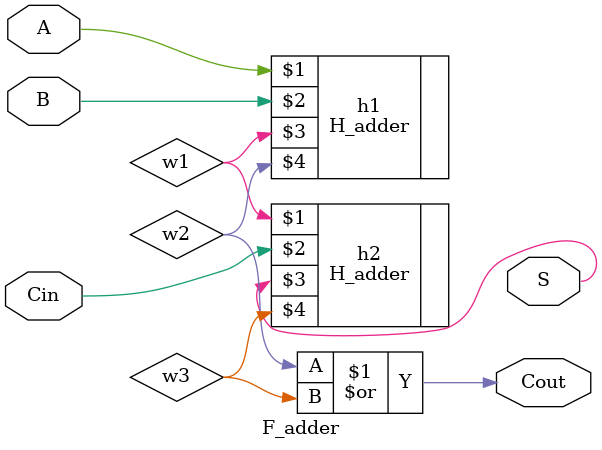
<source format=v>
module F_adder(A,B,Cin,Cout,S);

input A,B,Cin;
output Cout,S;
wire w1,w2,w3;

H_adder h1(A,B,w1,w2);
H_adder h2(w1,Cin,S,w3);

assign Cout = w2 | w3;

endmodule 
</source>
